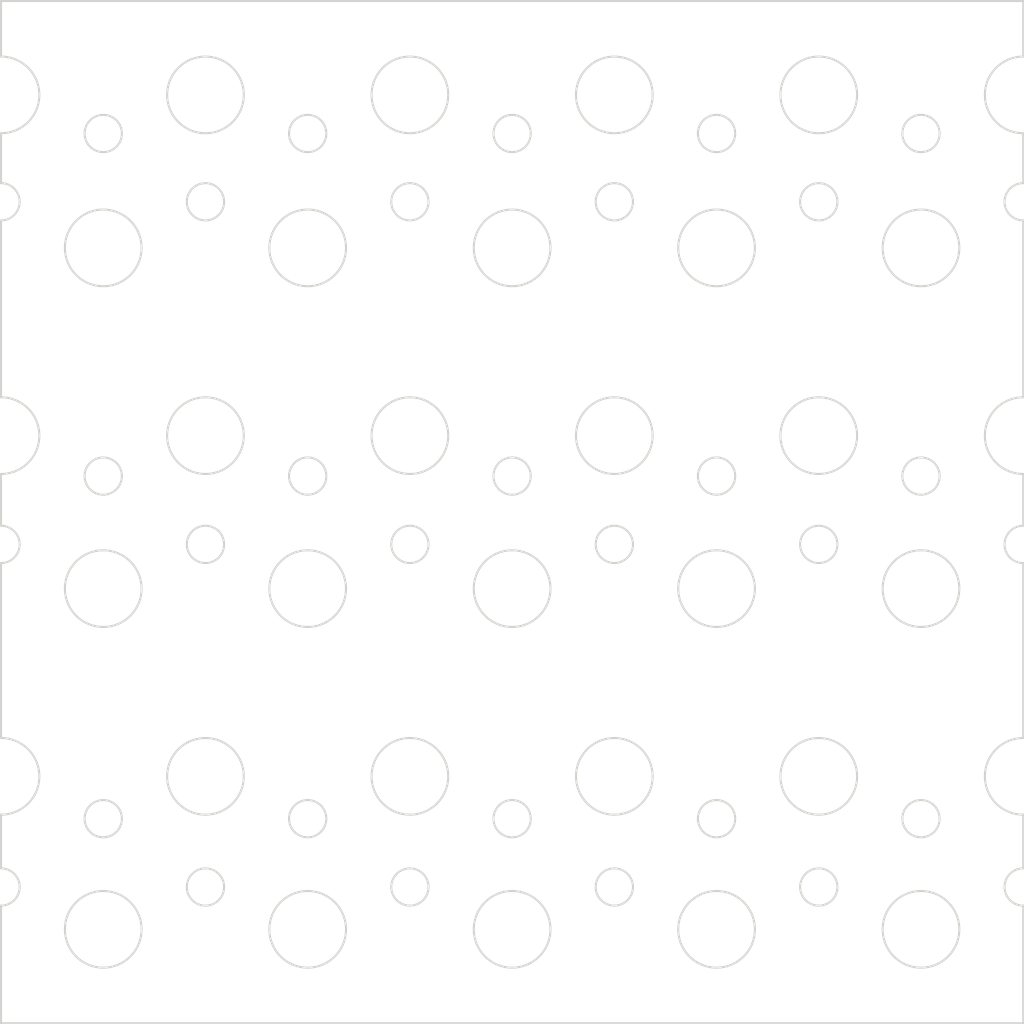
<source format=kicad_pcb>
(kicad_pcb (version 20171130) (host pcbnew "(5.0.0)")

  (general
    (thickness 1.6)
    (drawings 82)
    (tracks 0)
    (zones 0)
    (modules 0)
    (nets 1)
  )

  (page A4)
  (layers
    (0 F.Cu signal)
    (31 B.Cu signal)
    (32 B.Adhes user)
    (33 F.Adhes user)
    (34 B.Paste user)
    (35 F.Paste user)
    (36 B.SilkS user)
    (37 F.SilkS user)
    (38 B.Mask user)
    (39 F.Mask user)
    (40 Dwgs.User user)
    (41 Cmts.User user)
    (42 Eco1.User user)
    (43 Eco2.User user)
    (44 Edge.Cuts user)
    (45 Margin user)
    (46 B.CrtYd user)
    (47 F.CrtYd user)
    (48 B.Fab user)
    (49 F.Fab user)
  )

  (setup
    (last_trace_width 0.25)
    (trace_clearance 0.2)
    (zone_clearance 0.508)
    (zone_45_only no)
    (trace_min 0.2)
    (segment_width 0.2)
    (edge_width 0.15)
    (via_size 0.8)
    (via_drill 0.4)
    (via_min_size 0.4)
    (via_min_drill 0.3)
    (uvia_size 0.3)
    (uvia_drill 0.1)
    (uvias_allowed no)
    (uvia_min_size 0.2)
    (uvia_min_drill 0.1)
    (pcb_text_width 0.3)
    (pcb_text_size 1.5 1.5)
    (mod_edge_width 0.15)
    (mod_text_size 1 1)
    (mod_text_width 0.15)
    (pad_size 1.524 1.524)
    (pad_drill 0.762)
    (pad_to_mask_clearance 0.2)
    (aux_axis_origin 0 0)
    (visible_elements FFFFFF7F)
    (pcbplotparams
      (layerselection 0x010fc_ffffffff)
      (usegerberextensions false)
      (usegerberattributes false)
      (usegerberadvancedattributes false)
      (creategerberjobfile false)
      (excludeedgelayer true)
      (linewidth 0.100000)
      (plotframeref false)
      (viasonmask false)
      (mode 1)
      (useauxorigin false)
      (hpglpennumber 1)
      (hpglpenspeed 20)
      (hpglpendiameter 15.000000)
      (psnegative false)
      (psa4output false)
      (plotreference true)
      (plotvalue true)
      (plotinvisibletext false)
      (padsonsilk false)
      (subtractmaskfromsilk false)
      (outputformat 1)
      (mirror false)
      (drillshape 1)
      (scaleselection 1)
      (outputdirectory ""))
  )

  (net 0 "")

  (net_class Default "This is the default net class."
    (clearance 0.2)
    (trace_width 0.25)
    (via_dia 0.8)
    (via_drill 0.4)
    (uvia_dia 0.3)
    (uvia_drill 0.1)
  )

  (gr_circle (center 95.506328 123.944013) (end 97.330408 123.944013) (layer Edge.Cuts) (width 0.2))
  (gr_circle (center 145.506328 83.745466) (end 147.330408 83.745466) (layer Edge.Cuts) (width 0.2))
  (gr_arc (start 75.506328 56.910016) (end 75.506328 58.734016) (angle -180.000006) (layer Edge.Cuts) (width 0.2))
  (gr_circle (center 105.506328 50.228467) (end 107.330408 50.228467) (layer Edge.Cuts) (width 0.2))
  (gr_arc (start 175.506328 56.910016) (end 175.506328 55.085936) (angle -179.999994) (layer Edge.Cuts) (width 0.2))
  (gr_circle (center 125.506328 117.262464) (end 127.330408 117.262464) (layer Edge.Cuts) (width 0.2))
  (gr_circle (center 165.506328 117.262464) (end 167.330408 117.262464) (layer Edge.Cuts) (width 0.2))
  (gr_circle (center 135.506328 123.944013) (end 137.330408 123.944013) (layer Edge.Cuts) (width 0.2))
  (gr_circle (center 85.506328 50.228467) (end 87.330408 50.228467) (layer Edge.Cuts) (width 0.2))
  (gr_circle (center 95.506328 90.427015) (end 97.330408 90.427015) (layer Edge.Cuts) (width 0.2))
  (gr_line (start 75.506328 83.536939) (end 75.506328 88.603009) (layer Edge.Cuts) (width 0.2))
  (gr_line (start 75.506328 116.869916) (end 75.506328 122.120008) (layer Edge.Cuts) (width 0.2))
  (gr_circle (center 125.506328 50.228467) (end 127.330408 50.228467) (layer Edge.Cuts) (width 0.2))
  (gr_circle (center 155.506328 56.910016) (end 157.330408 56.910016) (layer Edge.Cuts) (width 0.2))
  (gr_circle (center 85.506328 83.745466) (end 87.330408 83.745466) (layer Edge.Cuts) (width 0.2))
  (gr_circle (center 115.506328 90.427015) (end 117.330408 90.427015) (layer Edge.Cuts) (width 0.2))
  (gr_circle (center 125.506328 83.745466) (end 127.330408 83.745466) (layer Edge.Cuts) (width 0.2))
  (gr_circle (center 135.506328 56.910016) (end 137.330408 56.910016) (layer Edge.Cuts) (width 0.2))
  (gr_circle (center 85.506328 117.262464) (end 87.330408 117.262464) (layer Edge.Cuts) (width 0.2))
  (gr_arc (start 175.506328 90.427015) (end 175.506328 88.602935) (angle -179.999994) (layer Edge.Cuts) (width 0.2))
  (gr_circle (center 115.506328 123.944013) (end 117.330408 123.944013) (layer Edge.Cuts) (width 0.2))
  (gr_circle (center 155.506328 90.427015) (end 157.330408 90.427015) (layer Edge.Cuts) (width 0.2))
  (gr_line (start 75.506328 58.734021) (end 75.506328 76.036939) (layer Edge.Cuts) (width 0.2))
  (gr_circle (center 115.506328 56.910016) (end 117.330408 56.910016) (layer Edge.Cuts) (width 0.2))
  (gr_circle (center 145.506328 50.228467) (end 147.330408 50.228467) (layer Edge.Cuts) (width 0.2))
  (gr_circle (center 165.506328 83.745466) (end 167.330408 83.745466) (layer Edge.Cuts) (width 0.2))
  (gr_circle (center 105.506328 83.745466) (end 107.330408 83.745466) (layer Edge.Cuts) (width 0.2))
  (gr_line (start 75.506328 50.203931) (end 75.506328 55.086011) (layer Edge.Cuts) (width 0.2))
  (gr_circle (center 135.506328 90.427015) (end 137.330408 90.427015) (layer Edge.Cuts) (width 0.2))
  (gr_circle (center 165.506328 50.228467) (end 167.330408 50.228467) (layer Edge.Cuts) (width 0.2))
  (gr_line (start 75.506328 125.768018) (end 75.506328 137.269727) (layer Edge.Cuts) (width 0.2))
  (gr_line (start 75.506328 92.25102) (end 75.506328 109.369916) (layer Edge.Cuts) (width 0.2))
  (gr_arc (start 75.506328 90.427015) (end 75.506328 92.251015) (angle -180.000006) (layer Edge.Cuts) (width 0.2))
  (gr_circle (center 105.506328 117.262464) (end 107.330408 117.262464) (layer Edge.Cuts) (width 0.2))
  (gr_circle (center 95.506328 56.910016) (end 97.330408 56.910016) (layer Edge.Cuts) (width 0.2))
  (gr_arc (start 75.506328 123.944013) (end 75.506328 125.768013) (angle -180.000006) (layer Edge.Cuts) (width 0.2))
  (gr_line (start 175.506328 76.036939) (end 175.506328 58.734082) (layer Edge.Cuts) (width 0.2))
  (gr_circle (center 95.506328 46.453931) (end 99.256328 46.453931) (layer Edge.Cuts) (width 0.2))
  (gr_circle (center 125.506328 61.420545) (end 129.256328 61.420545) (layer Edge.Cuts) (width 0.2))
  (gr_circle (center 145.506328 61.420545) (end 149.256328 61.420545) (layer Edge.Cuts) (width 0.2))
  (gr_circle (center 135.506328 79.786939) (end 139.256328 79.786939) (layer Edge.Cuts) (width 0.2))
  (gr_circle (center 105.506328 94.753553) (end 109.256328 94.753553) (layer Edge.Cuts) (width 0.2))
  (gr_circle (center 155.506328 46.453931) (end 159.256328 46.453931) (layer Edge.Cuts) (width 0.2))
  (gr_circle (center 155.506328 79.786939) (end 159.256328 79.786939) (layer Edge.Cuts) (width 0.2))
  (gr_line (start 175.506328 88.602918) (end 175.506328 83.536939) (layer Edge.Cuts) (width 0.2))
  (gr_line (start 175.506328 109.369916) (end 175.506328 92.251081) (layer Edge.Cuts) (width 0.2))
  (gr_circle (center 115.506328 46.453931) (end 119.256328 46.453931) (layer Edge.Cuts) (width 0.2))
  (gr_circle (center 95.506328 79.786939) (end 99.256328 79.786939) (layer Edge.Cuts) (width 0.2))
  (gr_arc (start 175.506328 123.944013) (end 175.506328 122.119933) (angle -179.999994) (layer Edge.Cuts) (width 0.2))
  (gr_circle (center 155.506328 123.944013) (end 157.330408 123.944013) (layer Edge.Cuts) (width 0.2))
  (gr_circle (center 145.506328 117.262464) (end 147.330408 117.262464) (layer Edge.Cuts) (width 0.2))
  (gr_arc (start 175.506328 46.453931) (end 175.506328 42.703931) (angle -179.999994) (layer Edge.Cuts) (width 0.2))
  (gr_line (start 175.506328 137.269727) (end 175.506328 125.768079) (layer Edge.Cuts) (width 0.2))
  (gr_arc (start 175.506328 113.119916) (end 175.506328 109.369916) (angle -179.999994) (layer Edge.Cuts) (width 0.2))
  (gr_arc (start 175.506328 79.786939) (end 175.506328 76.036939) (angle -179.999994) (layer Edge.Cuts) (width 0.2))
  (gr_line (start 175.506328 122.119947) (end 175.506328 116.869916) (layer Edge.Cuts) (width 0.2))
  (gr_circle (center 125.506328 94.753553) (end 129.256328 94.753553) (layer Edge.Cuts) (width 0.2))
  (gr_circle (center 105.506328 61.420545) (end 109.256328 61.420545) (layer Edge.Cuts) (width 0.2))
  (gr_circle (center 145.506328 94.753553) (end 149.256328 94.753553) (layer Edge.Cuts) (width 0.2))
  (gr_circle (center 165.506328 61.420545) (end 169.256328 61.420545) (layer Edge.Cuts) (width 0.2))
  (gr_line (start 175.506328 42.703931) (end 175.506328 37.269727) (layer Edge.Cuts) (width 0.2))
  (gr_line (start 175.506328 55.08592) (end 175.506328 50.203931) (layer Edge.Cuts) (width 0.2))
  (gr_circle (center 135.506328 46.453931) (end 139.256328 46.453931) (layer Edge.Cuts) (width 0.2))
  (gr_circle (center 115.506328 79.786939) (end 119.256328 79.786939) (layer Edge.Cuts) (width 0.2))
  (gr_circle (center 85.506328 128.08656) (end 89.256328 128.08656) (layer Edge.Cuts) (width 0.2))
  (gr_circle (center 165.506328 94.753553) (end 169.256328 94.753553) (layer Edge.Cuts) (width 0.2))
  (gr_circle (center 95.506328 113.119916) (end 99.256328 113.119916) (layer Edge.Cuts) (width 0.2))
  (gr_arc (start 75.506328 79.786939) (end 75.506328 83.536939) (angle -180.000006) (layer Edge.Cuts) (width 0.2))
  (gr_line (start 175.506328 37.269727) (end 75.506328 37.269727) (layer Edge.Cuts) (width 0.2))
  (gr_circle (center 85.506328 94.753553) (end 89.256328 94.753553) (layer Edge.Cuts) (width 0.2))
  (gr_circle (center 105.506328 128.08656) (end 109.256328 128.08656) (layer Edge.Cuts) (width 0.2))
  (gr_arc (start 75.506328 46.453931) (end 75.506328 50.203931) (angle -180.000006) (layer Edge.Cuts) (width 0.2))
  (gr_circle (center 135.506328 113.119916) (end 139.256328 113.119916) (layer Edge.Cuts) (width 0.2))
  (gr_line (start 75.506328 137.269727) (end 175.506328 137.269727) (layer Edge.Cuts) (width 0.2))
  (gr_arc (start 75.506328 113.119916) (end 75.506328 116.869916) (angle -180.000006) (layer Edge.Cuts) (width 0.2))
  (gr_line (start 75.506328 37.269727) (end 75.506328 42.703931) (layer Edge.Cuts) (width 0.2))
  (gr_circle (center 115.506328 113.119916) (end 119.256328 113.119916) (layer Edge.Cuts) (width 0.2))
  (gr_circle (center 125.506328 128.08656) (end 129.256328 128.08656) (layer Edge.Cuts) (width 0.2))
  (gr_circle (center 145.506328 128.08656) (end 149.256328 128.08656) (layer Edge.Cuts) (width 0.2))
  (gr_circle (center 85.506328 61.420545) (end 89.256328 61.420545) (layer Edge.Cuts) (width 0.2))
  (gr_circle (center 165.506328 128.08656) (end 169.256328 128.08656) (layer Edge.Cuts) (width 0.2))
  (gr_circle (center 155.506328 113.119916) (end 159.256328 113.119916) (layer Edge.Cuts) (width 0.2))

)

</source>
